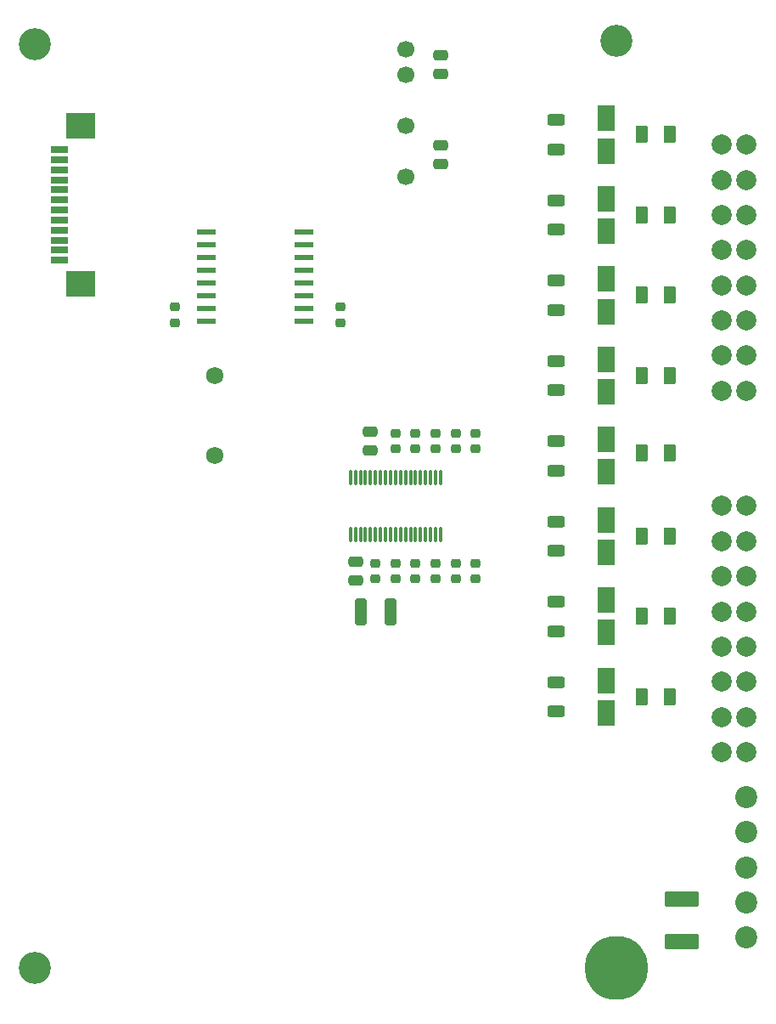
<source format=gbr>
%TF.GenerationSoftware,KiCad,Pcbnew,9.0.2*%
%TF.CreationDate,2025-06-09T15:51:03+03:00*%
%TF.ProjectId,PMCNV-AI8IU,504d434e-562d-4414-9938-49552e6b6963,rev?*%
%TF.SameCoordinates,Original*%
%TF.FileFunction,Soldermask,Top*%
%TF.FilePolarity,Negative*%
%FSLAX46Y46*%
G04 Gerber Fmt 4.6, Leading zero omitted, Abs format (unit mm)*
G04 Created by KiCad (PCBNEW 9.0.2) date 2025-06-09 15:51:03*
%MOMM*%
%LPD*%
G01*
G04 APERTURE LIST*
G04 Aperture macros list*
%AMRoundRect*
0 Rectangle with rounded corners*
0 $1 Rounding radius*
0 $2 $3 $4 $5 $6 $7 $8 $9 X,Y pos of 4 corners*
0 Add a 4 corners polygon primitive as box body*
4,1,4,$2,$3,$4,$5,$6,$7,$8,$9,$2,$3,0*
0 Add four circle primitives for the rounded corners*
1,1,$1+$1,$2,$3*
1,1,$1+$1,$4,$5*
1,1,$1+$1,$6,$7*
1,1,$1+$1,$8,$9*
0 Add four rect primitives between the rounded corners*
20,1,$1+$1,$2,$3,$4,$5,0*
20,1,$1+$1,$4,$5,$6,$7,0*
20,1,$1+$1,$6,$7,$8,$9,0*
20,1,$1+$1,$8,$9,$2,$3,0*%
G04 Aperture macros list end*
%ADD10RoundRect,0.250000X-0.375000X-0.625000X0.375000X-0.625000X0.375000X0.625000X-0.375000X0.625000X0*%
%ADD11C,3.200000*%
%ADD12R,1.651000X2.565400*%
%ADD13C,2.000000*%
%ADD14RoundRect,0.250000X-0.625000X0.312500X-0.625000X-0.312500X0.625000X-0.312500X0.625000X0.312500X0*%
%ADD15RoundRect,0.225000X0.250000X-0.225000X0.250000X0.225000X-0.250000X0.225000X-0.250000X-0.225000X0*%
%ADD16R,1.803400X0.635000*%
%ADD17R,2.997200X2.590800*%
%ADD18RoundRect,0.250000X-0.475000X0.250000X-0.475000X-0.250000X0.475000X-0.250000X0.475000X0.250000X0*%
%ADD19C,1.700000*%
%ADD20RoundRect,0.250000X0.325000X1.100000X-0.325000X1.100000X-0.325000X-1.100000X0.325000X-1.100000X0*%
%ADD21R,1.854200X0.482600*%
%ADD22RoundRect,0.225000X-0.250000X0.225000X-0.250000X-0.225000X0.250000X-0.225000X0.250000X0.225000X0*%
%ADD23O,6.350000X6.350000*%
%ADD24C,2.200000*%
%ADD25C,1.725000*%
%ADD26RoundRect,0.075000X0.075000X-0.662500X0.075000X0.662500X-0.075000X0.662500X-0.075000X-0.662500X0*%
%ADD27RoundRect,0.250000X1.450000X-0.537500X1.450000X0.537500X-1.450000X0.537500X-1.450000X-0.537500X0*%
%ADD28RoundRect,0.250000X0.475000X-0.250000X0.475000X0.250000X-0.475000X0.250000X-0.475000X-0.250000X0*%
G04 APERTURE END LIST*
D10*
%TO.C,F2*%
X24600000Y29000000D03*
X27400000Y29000000D03*
%TD*%
%TO.C,F7*%
X24600000Y-11000000D03*
X27400000Y-11000000D03*
%TD*%
D11*
%TO.C,H2*%
X22000000Y46390000D03*
%TD*%
D12*
%TO.C,D5*%
X21000000Y3387100D03*
X21000000Y6612900D03*
%TD*%
D13*
%TO.C,J5*%
X32500000Y-24500000D03*
X32500000Y-21000000D03*
X32500000Y-17500000D03*
X32500000Y-14000000D03*
X32500000Y-10500000D03*
X32500000Y-7000000D03*
X32500000Y-3500000D03*
X32500000Y0D03*
X35000000Y-24500000D03*
X35000000Y-21000000D03*
X35000000Y-17500000D03*
X35000000Y-14000000D03*
X35000000Y-10500000D03*
X35000000Y-7000000D03*
X35000000Y-3500000D03*
X35000000Y0D03*
%TD*%
D14*
%TO.C,R6*%
X16000000Y-1537500D03*
X16000000Y-4462500D03*
%TD*%
D10*
%TO.C,F3*%
X24600000Y21000000D03*
X27400000Y21000000D03*
%TD*%
D15*
%TO.C,C13*%
X2000000Y5725000D03*
X2000000Y7275000D03*
%TD*%
D16*
%TO.C,J1*%
X-33556000Y24500008D03*
X-33556000Y25500006D03*
X-33556000Y26500004D03*
X-33556000Y27500002D03*
X-33556000Y28500000D03*
X-33556000Y29500000D03*
X-33556000Y30500000D03*
X-33556000Y31500000D03*
X-33556000Y32499998D03*
X-33556000Y33499996D03*
X-33556000Y34499994D03*
X-33556000Y35499992D03*
D17*
X-31385999Y22149997D03*
X-31385999Y37850003D03*
%TD*%
D18*
%TO.C,C1*%
X4500000Y44950000D03*
X4500000Y43050000D03*
%TD*%
D12*
%TO.C,D3*%
X21000000Y19387100D03*
X21000000Y22612900D03*
%TD*%
D13*
%TO.C,J4*%
X32500000Y11500000D03*
X32500000Y15000000D03*
X32500000Y18500000D03*
X32500000Y22000000D03*
X32500000Y25500000D03*
X32500000Y29000000D03*
X32500000Y32500000D03*
X32500000Y36000000D03*
X35000000Y11500000D03*
X35000000Y15000000D03*
X35000000Y18500000D03*
X35000000Y22000000D03*
X35000000Y25500000D03*
X35000000Y29000000D03*
X35000000Y32500000D03*
X35000000Y36000000D03*
%TD*%
D19*
%TO.C,PS1*%
X1000000Y45500000D03*
X1000000Y42960000D03*
X1000000Y37880000D03*
X1000000Y32800000D03*
%TD*%
D14*
%TO.C,R1*%
X16000000Y38462500D03*
X16000000Y35537500D03*
%TD*%
D15*
%TO.C,C11*%
X0Y5725000D03*
X0Y7275000D03*
%TD*%
D14*
%TO.C,R4*%
X16000000Y14462500D03*
X16000000Y11537500D03*
%TD*%
D20*
%TO.C,C7*%
X-525000Y-10500000D03*
X-3475000Y-10500000D03*
%TD*%
D14*
%TO.C,R2*%
X16000000Y30462500D03*
X16000000Y27537500D03*
%TD*%
D21*
%TO.C,U3*%
X-18876800Y27305000D03*
X-18876800Y26035000D03*
X-18876800Y24765000D03*
X-18876800Y23495000D03*
X-18876800Y22225000D03*
X-18876800Y20955000D03*
X-18876800Y19685000D03*
X-18876800Y18415000D03*
X-9123200Y18415000D03*
X-9123200Y19685000D03*
X-9123200Y20955000D03*
X-9123200Y22225000D03*
X-9123200Y23495000D03*
X-9123200Y24765000D03*
X-9123200Y26035000D03*
X-9123200Y27305000D03*
%TD*%
D15*
%TO.C,C3*%
X-22000000Y18275000D03*
X-22000000Y19825000D03*
%TD*%
D18*
%TO.C,C10*%
X-2500000Y7450000D03*
X-2500000Y5550000D03*
%TD*%
D22*
%TO.C,C18*%
X6000000Y-5725000D03*
X6000000Y-7275000D03*
%TD*%
D14*
%TO.C,R3*%
X16000000Y22462500D03*
X16000000Y19537500D03*
%TD*%
D22*
%TO.C,C12*%
X0Y-5725000D03*
X0Y-7275000D03*
%TD*%
D12*
%TO.C,D2*%
X21000000Y27387100D03*
X21000000Y30612900D03*
%TD*%
D23*
%TO.C,D9*%
X22000000Y-46000000D03*
%TD*%
D24*
%TO.C,J6*%
X35000000Y-43000000D03*
X35000000Y-39500000D03*
X35000000Y-36000000D03*
X35000000Y-32500000D03*
X35000000Y-29000000D03*
%TD*%
D12*
%TO.C,D4*%
X21000000Y11387100D03*
X21000000Y14612900D03*
%TD*%
D14*
%TO.C,R5*%
X16000000Y6462500D03*
X16000000Y3537500D03*
%TD*%
D10*
%TO.C,F5*%
X24600000Y5325000D03*
X27400000Y5325000D03*
%TD*%
D15*
%TO.C,C15*%
X6000000Y5725000D03*
X6000000Y7275000D03*
%TD*%
D11*
%TO.C,H3*%
X-36000000Y-46000000D03*
%TD*%
D14*
%TO.C,R8*%
X16000000Y-17537500D03*
X16000000Y-20462500D03*
%TD*%
D12*
%TO.C,D1*%
X21000000Y35387100D03*
X21000000Y38612900D03*
%TD*%
D22*
%TO.C,C20*%
X2000000Y-5725000D03*
X2000000Y-7275000D03*
%TD*%
D14*
%TO.C,R7*%
X16000000Y-9537500D03*
X16000000Y-12462500D03*
%TD*%
D12*
%TO.C,D6*%
X21000000Y-4612900D03*
X21000000Y-1387100D03*
%TD*%
D25*
%TO.C,U2*%
X-18000000Y13000000D03*
%TD*%
D22*
%TO.C,C19*%
X4000000Y-5725000D03*
X4000000Y-7275000D03*
%TD*%
D15*
%TO.C,C14*%
X4000000Y5725000D03*
X4000000Y7275000D03*
%TD*%
D22*
%TO.C,C17*%
X8000000Y-5725000D03*
X8000000Y-7275000D03*
%TD*%
D12*
%TO.C,D8*%
X21000000Y-20612900D03*
X21000000Y-17387100D03*
%TD*%
D18*
%TO.C,C9*%
X-4000000Y-5550000D03*
X-4000000Y-7450000D03*
%TD*%
D26*
%TO.C,U4*%
X-4500000Y-2862500D03*
X-4000000Y-2862500D03*
X-3500000Y-2862500D03*
X-3000000Y-2862500D03*
X-2500000Y-2862500D03*
X-2000000Y-2862500D03*
X-1500000Y-2862500D03*
X-1000000Y-2862500D03*
X-500000Y-2862500D03*
X0Y-2862500D03*
X500000Y-2862500D03*
X1000000Y-2862500D03*
X1500000Y-2862500D03*
X2000000Y-2862500D03*
X2500000Y-2862500D03*
X3000000Y-2862500D03*
X3500000Y-2862500D03*
X4000000Y-2862500D03*
X4500000Y-2862500D03*
X4500000Y2862500D03*
X4000000Y2862500D03*
X3500000Y2862500D03*
X3000000Y2862500D03*
X2500000Y2862500D03*
X2000000Y2862500D03*
X1500000Y2862500D03*
X1000000Y2862500D03*
X500000Y2862500D03*
X0Y2862500D03*
X-500000Y2862500D03*
X-1000000Y2862500D03*
X-1500000Y2862500D03*
X-2000000Y2862500D03*
X-2500000Y2862500D03*
X-3000000Y2862500D03*
X-3500000Y2862500D03*
X-4000000Y2862500D03*
X-4500000Y2862500D03*
%TD*%
D15*
%TO.C,C16*%
X8000000Y5725000D03*
X8000000Y7275000D03*
%TD*%
D10*
%TO.C,F8*%
X24600000Y-19000000D03*
X27400000Y-19000000D03*
%TD*%
D22*
%TO.C,C4*%
X-5500000Y19825000D03*
X-5500000Y18275000D03*
%TD*%
D11*
%TO.C,H1*%
X-36000000Y46000000D03*
%TD*%
D27*
%TO.C,C21*%
X28575000Y-43412500D03*
X28575000Y-39137500D03*
%TD*%
D25*
%TO.C,U5*%
X-18000000Y5000000D03*
%TD*%
D22*
%TO.C,C8*%
X-2000000Y-5725000D03*
X-2000000Y-7275000D03*
%TD*%
D12*
%TO.C,D7*%
X21000000Y-12612900D03*
X21000000Y-9387100D03*
%TD*%
D10*
%TO.C,F6*%
X24600000Y-3000000D03*
X27400000Y-3000000D03*
%TD*%
D28*
%TO.C,C2*%
X4500000Y34050000D03*
X4500000Y35950000D03*
%TD*%
D10*
%TO.C,F1*%
X24600000Y37000000D03*
X27400000Y37000000D03*
%TD*%
%TO.C,F4*%
X24600000Y13000000D03*
X27400000Y13000000D03*
%TD*%
M02*

</source>
